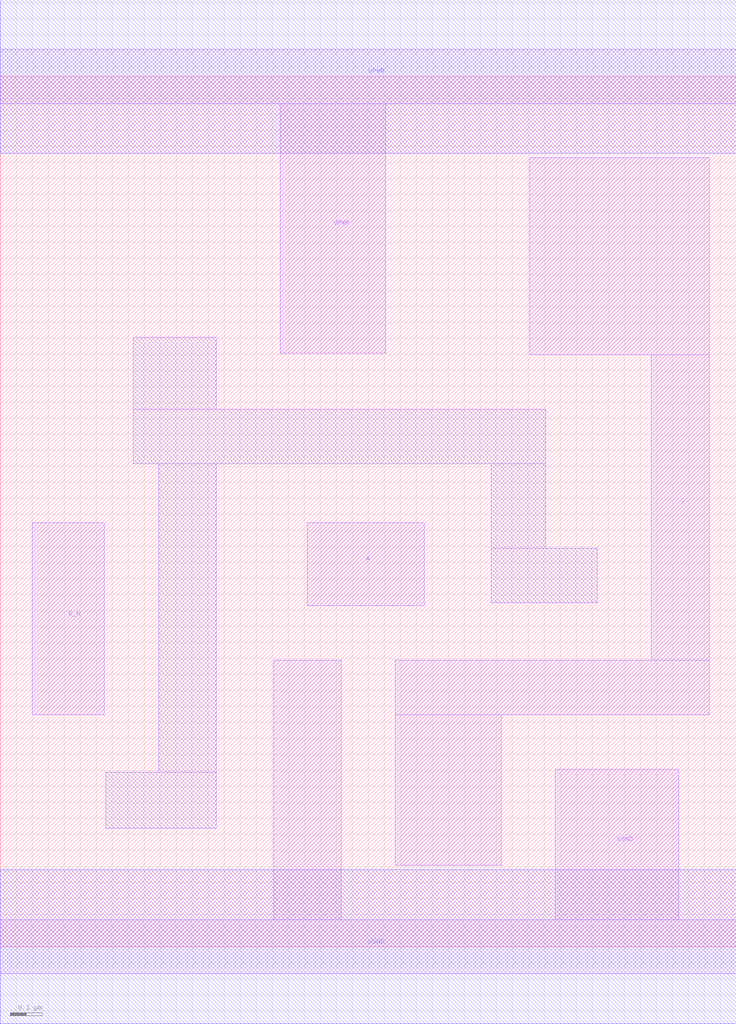
<source format=lef>
# Copyright 2020 The SkyWater PDK Authors
#
# Licensed under the Apache License, Version 2.0 (the "License");
# you may not use this file except in compliance with the License.
# You may obtain a copy of the License at
#
#     https://www.apache.org/licenses/LICENSE-2.0
#
# Unless required by applicable law or agreed to in writing, software
# distributed under the License is distributed on an "AS IS" BASIS,
# WITHOUT WARRANTIES OR CONDITIONS OF ANY KIND, either express or implied.
# See the License for the specific language governing permissions and
# limitations under the License.
#
# SPDX-License-Identifier: Apache-2.0

VERSION 5.5 ;
NAMESCASESENSITIVE ON ;
BUSBITCHARS "[]" ;
DIVIDERCHAR "/" ;
MACRO sky130_fd_sc_hd__nor2b_1
  CLASS CORE ;
  SOURCE USER ;
  ORIGIN  0.000000  0.000000 ;
  SIZE  2.300000 BY  2.720000 ;
  SYMMETRY X Y R90 ;
  SITE unithd ;
  PIN A
    ANTENNAGATEAREA  0.247500 ;
    DIRECTION INPUT ;
    USE SIGNAL ;
    PORT
      LAYER li1 ;
        RECT 0.960000 1.065000 1.325000 1.325000 ;
    END
  END A
  PIN B_N
    ANTENNAGATEAREA  0.126000 ;
    DIRECTION INPUT ;
    USE SIGNAL ;
    PORT
      LAYER li1 ;
        RECT 0.100000 0.725000 0.325000 1.325000 ;
    END
  END B_N
  PIN Y
    ANTENNADIFFAREA  0.435500 ;
    DIRECTION OUTPUT ;
    USE SIGNAL ;
    PORT
      LAYER li1 ;
        RECT 1.235000 0.255000 1.565000 0.725000 ;
        RECT 1.235000 0.725000 2.215000 0.895000 ;
        RECT 1.655000 1.850000 2.215000 2.465000 ;
        RECT 2.035000 0.895000 2.215000 1.850000 ;
    END
  END Y
  PIN VGND
    DIRECTION INOUT ;
    SHAPE ABUTMENT ;
    USE GROUND ;
    PORT
      LAYER li1 ;
        RECT 0.000000 -0.085000 2.300000 0.085000 ;
        RECT 0.855000  0.085000 1.065000 0.895000 ;
        RECT 1.735000  0.085000 2.120000 0.555000 ;
    END
    PORT
      LAYER met1 ;
        RECT 0.000000 -0.240000 2.300000 0.240000 ;
    END
  END VGND
  PIN VPWR
    DIRECTION INOUT ;
    SHAPE ABUTMENT ;
    USE POWER ;
    PORT
      LAYER li1 ;
        RECT 0.000000 2.635000 2.300000 2.805000 ;
        RECT 0.875000 1.855000 1.205000 2.635000 ;
    END
    PORT
      LAYER met1 ;
        RECT 0.000000 2.480000 2.300000 2.960000 ;
    END
  END VPWR
  OBS
    LAYER li1 ;
      RECT 0.330000 0.370000 0.675000 0.545000 ;
      RECT 0.415000 1.510000 1.705000 1.680000 ;
      RECT 0.415000 1.680000 0.675000 1.905000 ;
      RECT 0.495000 0.545000 0.675000 1.510000 ;
      RECT 1.535000 1.075000 1.865000 1.245000 ;
      RECT 1.535000 1.245000 1.705000 1.510000 ;
  END
END sky130_fd_sc_hd__nor2b_1
END LIBRARY

</source>
